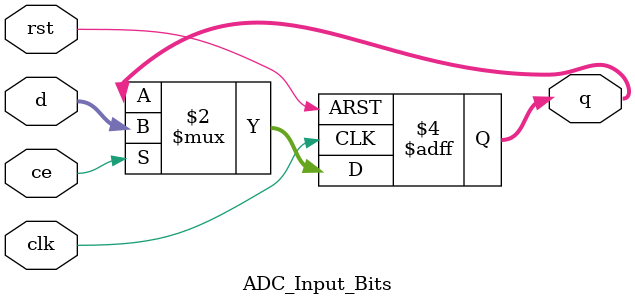
<source format=v>
 `define MODULE dff_ce
module ADC_Input_Bits ( d, ce, q, clk, rst);
`undef MODULE

	parameter width = 16;	
	parameter reset_value = {width{1'b0}};
	
	input [width-1:0] d; 
	input ce, clk, rst;
	output reg [width-1:0] q;

	always @ (posedge clk or posedge rst)
	if (rst)
		q <= reset_value;
	else
		if (ce)
			q <= d;

endmodule
</source>
